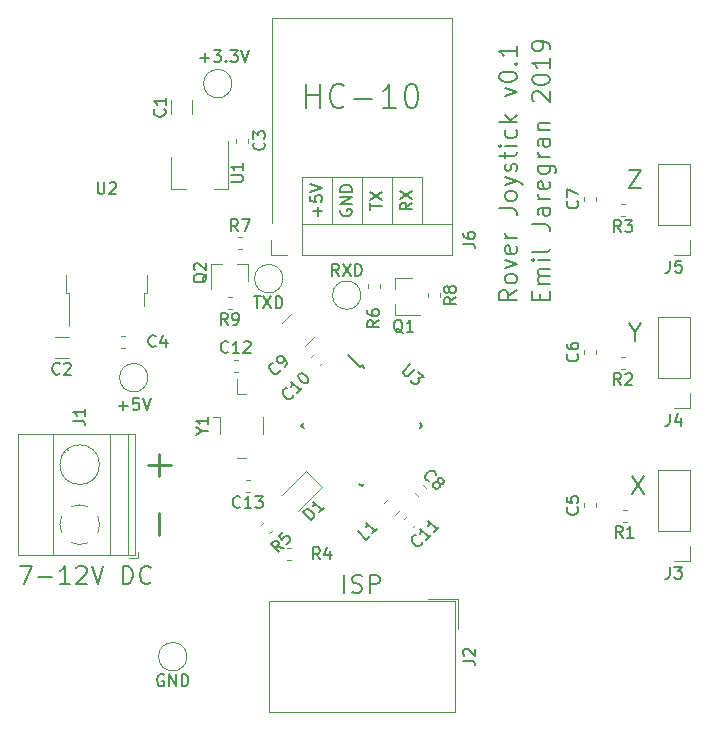
<source format=gbr>
G04 #@! TF.GenerationSoftware,KiCad,Pcbnew,5.1.4+dfsg1-1*
G04 #@! TF.CreationDate,2019-10-01T15:37:08+02:00*
G04 #@! TF.ProjectId,joystick-pcb,6a6f7973-7469-4636-9b2d-7063622e6b69,1*
G04 #@! TF.SameCoordinates,Original*
G04 #@! TF.FileFunction,Legend,Top*
G04 #@! TF.FilePolarity,Positive*
%FSLAX46Y46*%
G04 Gerber Fmt 4.6, Leading zero omitted, Abs format (unit mm)*
G04 Created by KiCad (PCBNEW 5.1.4+dfsg1-1) date 2019-10-01 15:37:08*
%MOMM*%
%LPD*%
G04 APERTURE LIST*
%ADD10C,0.200000*%
%ADD11C,0.120000*%
%ADD12C,0.150000*%
%ADD13C,0.250000*%
G04 APERTURE END LIST*
D10*
X173144571Y-73865142D02*
X172430285Y-74365142D01*
X173144571Y-74722285D02*
X171644571Y-74722285D01*
X171644571Y-74150857D01*
X171716000Y-74008000D01*
X171787428Y-73936571D01*
X171930285Y-73865142D01*
X172144571Y-73865142D01*
X172287428Y-73936571D01*
X172358857Y-74008000D01*
X172430285Y-74150857D01*
X172430285Y-74722285D01*
X173144571Y-73008000D02*
X173073142Y-73150857D01*
X173001714Y-73222285D01*
X172858857Y-73293714D01*
X172430285Y-73293714D01*
X172287428Y-73222285D01*
X172216000Y-73150857D01*
X172144571Y-73008000D01*
X172144571Y-72793714D01*
X172216000Y-72650857D01*
X172287428Y-72579428D01*
X172430285Y-72508000D01*
X172858857Y-72508000D01*
X173001714Y-72579428D01*
X173073142Y-72650857D01*
X173144571Y-72793714D01*
X173144571Y-73008000D01*
X172144571Y-72008000D02*
X173144571Y-71650857D01*
X172144571Y-71293714D01*
X173073142Y-70150857D02*
X173144571Y-70293714D01*
X173144571Y-70579428D01*
X173073142Y-70722285D01*
X172930285Y-70793714D01*
X172358857Y-70793714D01*
X172216000Y-70722285D01*
X172144571Y-70579428D01*
X172144571Y-70293714D01*
X172216000Y-70150857D01*
X172358857Y-70079428D01*
X172501714Y-70079428D01*
X172644571Y-70793714D01*
X173144571Y-69436571D02*
X172144571Y-69436571D01*
X172430285Y-69436571D02*
X172287428Y-69365142D01*
X172216000Y-69293714D01*
X172144571Y-69150857D01*
X172144571Y-69008000D01*
X171644571Y-66936571D02*
X172716000Y-66936571D01*
X172930285Y-67008000D01*
X173073142Y-67150857D01*
X173144571Y-67365142D01*
X173144571Y-67508000D01*
X173144571Y-66008000D02*
X173073142Y-66150857D01*
X173001714Y-66222285D01*
X172858857Y-66293714D01*
X172430285Y-66293714D01*
X172287428Y-66222285D01*
X172216000Y-66150857D01*
X172144571Y-66008000D01*
X172144571Y-65793714D01*
X172216000Y-65650857D01*
X172287428Y-65579428D01*
X172430285Y-65508000D01*
X172858857Y-65508000D01*
X173001714Y-65579428D01*
X173073142Y-65650857D01*
X173144571Y-65793714D01*
X173144571Y-66008000D01*
X172144571Y-65008000D02*
X173144571Y-64650857D01*
X172144571Y-64293714D02*
X173144571Y-64650857D01*
X173501714Y-64793714D01*
X173573142Y-64865142D01*
X173644571Y-65008000D01*
X173073142Y-63793714D02*
X173144571Y-63650857D01*
X173144571Y-63365142D01*
X173073142Y-63222285D01*
X172930285Y-63150857D01*
X172858857Y-63150857D01*
X172716000Y-63222285D01*
X172644571Y-63365142D01*
X172644571Y-63579428D01*
X172573142Y-63722285D01*
X172430285Y-63793714D01*
X172358857Y-63793714D01*
X172216000Y-63722285D01*
X172144571Y-63579428D01*
X172144571Y-63365142D01*
X172216000Y-63222285D01*
X172144571Y-62722285D02*
X172144571Y-62150857D01*
X171644571Y-62508000D02*
X172930285Y-62508000D01*
X173073142Y-62436571D01*
X173144571Y-62293714D01*
X173144571Y-62150857D01*
X173144571Y-61650857D02*
X172144571Y-61650857D01*
X171644571Y-61650857D02*
X171716000Y-61722285D01*
X171787428Y-61650857D01*
X171716000Y-61579428D01*
X171644571Y-61650857D01*
X171787428Y-61650857D01*
X173073142Y-60293714D02*
X173144571Y-60436571D01*
X173144571Y-60722285D01*
X173073142Y-60865142D01*
X173001714Y-60936571D01*
X172858857Y-61008000D01*
X172430285Y-61008000D01*
X172287428Y-60936571D01*
X172216000Y-60865142D01*
X172144571Y-60722285D01*
X172144571Y-60436571D01*
X172216000Y-60293714D01*
X173144571Y-59650857D02*
X171644571Y-59650857D01*
X172573142Y-59508000D02*
X173144571Y-59079428D01*
X172144571Y-59079428D02*
X172716000Y-59650857D01*
X172144571Y-57436571D02*
X173144571Y-57079428D01*
X172144571Y-56722285D01*
X171644571Y-55865142D02*
X171644571Y-55722285D01*
X171716000Y-55579428D01*
X171787428Y-55508000D01*
X171930285Y-55436571D01*
X172216000Y-55365142D01*
X172573142Y-55365142D01*
X172858857Y-55436571D01*
X173001714Y-55508000D01*
X173073142Y-55579428D01*
X173144571Y-55722285D01*
X173144571Y-55865142D01*
X173073142Y-56008000D01*
X173001714Y-56079428D01*
X172858857Y-56150857D01*
X172573142Y-56222285D01*
X172216000Y-56222285D01*
X171930285Y-56150857D01*
X171787428Y-56079428D01*
X171716000Y-56008000D01*
X171644571Y-55865142D01*
X173001714Y-54722285D02*
X173073142Y-54650857D01*
X173144571Y-54722285D01*
X173073142Y-54793714D01*
X173001714Y-54722285D01*
X173144571Y-54722285D01*
X173144571Y-53222285D02*
X173144571Y-54079428D01*
X173144571Y-53650857D02*
X171644571Y-53650857D01*
X171858857Y-53793714D01*
X172001714Y-53936571D01*
X172073142Y-54079428D01*
X175152857Y-74682571D02*
X175152857Y-74182571D01*
X175938571Y-73968285D02*
X175938571Y-74682571D01*
X174438571Y-74682571D01*
X174438571Y-73968285D01*
X175938571Y-73325428D02*
X174938571Y-73325428D01*
X175081428Y-73325428D02*
X175010000Y-73254000D01*
X174938571Y-73111142D01*
X174938571Y-72896857D01*
X175010000Y-72754000D01*
X175152857Y-72682571D01*
X175938571Y-72682571D01*
X175152857Y-72682571D02*
X175010000Y-72611142D01*
X174938571Y-72468285D01*
X174938571Y-72254000D01*
X175010000Y-72111142D01*
X175152857Y-72039714D01*
X175938571Y-72039714D01*
X175938571Y-71325428D02*
X174938571Y-71325428D01*
X174438571Y-71325428D02*
X174510000Y-71396857D01*
X174581428Y-71325428D01*
X174510000Y-71254000D01*
X174438571Y-71325428D01*
X174581428Y-71325428D01*
X175938571Y-70396857D02*
X175867142Y-70539714D01*
X175724285Y-70611142D01*
X174438571Y-70611142D01*
X174438571Y-68254000D02*
X175510000Y-68254000D01*
X175724285Y-68325428D01*
X175867142Y-68468285D01*
X175938571Y-68682571D01*
X175938571Y-68825428D01*
X175938571Y-66896857D02*
X175152857Y-66896857D01*
X175010000Y-66968285D01*
X174938571Y-67111142D01*
X174938571Y-67396857D01*
X175010000Y-67539714D01*
X175867142Y-66896857D02*
X175938571Y-67039714D01*
X175938571Y-67396857D01*
X175867142Y-67539714D01*
X175724285Y-67611142D01*
X175581428Y-67611142D01*
X175438571Y-67539714D01*
X175367142Y-67396857D01*
X175367142Y-67039714D01*
X175295714Y-66896857D01*
X175938571Y-66182571D02*
X174938571Y-66182571D01*
X175224285Y-66182571D02*
X175081428Y-66111142D01*
X175010000Y-66039714D01*
X174938571Y-65896857D01*
X174938571Y-65754000D01*
X175867142Y-64682571D02*
X175938571Y-64825428D01*
X175938571Y-65111142D01*
X175867142Y-65254000D01*
X175724285Y-65325428D01*
X175152857Y-65325428D01*
X175010000Y-65254000D01*
X174938571Y-65111142D01*
X174938571Y-64825428D01*
X175010000Y-64682571D01*
X175152857Y-64611142D01*
X175295714Y-64611142D01*
X175438571Y-65325428D01*
X174938571Y-63325428D02*
X176152857Y-63325428D01*
X176295714Y-63396857D01*
X176367142Y-63468285D01*
X176438571Y-63611142D01*
X176438571Y-63825428D01*
X176367142Y-63968285D01*
X175867142Y-63325428D02*
X175938571Y-63468285D01*
X175938571Y-63754000D01*
X175867142Y-63896857D01*
X175795714Y-63968285D01*
X175652857Y-64039714D01*
X175224285Y-64039714D01*
X175081428Y-63968285D01*
X175010000Y-63896857D01*
X174938571Y-63754000D01*
X174938571Y-63468285D01*
X175010000Y-63325428D01*
X175938571Y-62611142D02*
X174938571Y-62611142D01*
X175224285Y-62611142D02*
X175081428Y-62539714D01*
X175010000Y-62468285D01*
X174938571Y-62325428D01*
X174938571Y-62182571D01*
X175938571Y-61039714D02*
X175152857Y-61039714D01*
X175010000Y-61111142D01*
X174938571Y-61254000D01*
X174938571Y-61539714D01*
X175010000Y-61682571D01*
X175867142Y-61039714D02*
X175938571Y-61182571D01*
X175938571Y-61539714D01*
X175867142Y-61682571D01*
X175724285Y-61754000D01*
X175581428Y-61754000D01*
X175438571Y-61682571D01*
X175367142Y-61539714D01*
X175367142Y-61182571D01*
X175295714Y-61039714D01*
X174938571Y-60325428D02*
X175938571Y-60325428D01*
X175081428Y-60325428D02*
X175010000Y-60254000D01*
X174938571Y-60111142D01*
X174938571Y-59896857D01*
X175010000Y-59754000D01*
X175152857Y-59682571D01*
X175938571Y-59682571D01*
X174581428Y-57896857D02*
X174510000Y-57825428D01*
X174438571Y-57682571D01*
X174438571Y-57325428D01*
X174510000Y-57182571D01*
X174581428Y-57111142D01*
X174724285Y-57039714D01*
X174867142Y-57039714D01*
X175081428Y-57111142D01*
X175938571Y-57968285D01*
X175938571Y-57039714D01*
X174438571Y-56111142D02*
X174438571Y-55968285D01*
X174510000Y-55825428D01*
X174581428Y-55754000D01*
X174724285Y-55682571D01*
X175010000Y-55611142D01*
X175367142Y-55611142D01*
X175652857Y-55682571D01*
X175795714Y-55754000D01*
X175867142Y-55825428D01*
X175938571Y-55968285D01*
X175938571Y-56111142D01*
X175867142Y-56254000D01*
X175795714Y-56325428D01*
X175652857Y-56396857D01*
X175367142Y-56468285D01*
X175010000Y-56468285D01*
X174724285Y-56396857D01*
X174581428Y-56325428D01*
X174510000Y-56254000D01*
X174438571Y-56111142D01*
X175938571Y-54182571D02*
X175938571Y-55039714D01*
X175938571Y-54611142D02*
X174438571Y-54611142D01*
X174652857Y-54754000D01*
X174795714Y-54896857D01*
X174867142Y-55039714D01*
X175938571Y-53468285D02*
X175938571Y-53182571D01*
X175867142Y-53039714D01*
X175795714Y-52968285D01*
X175581428Y-52825428D01*
X175295714Y-52754000D01*
X174724285Y-52754000D01*
X174581428Y-52825428D01*
X174510000Y-52896857D01*
X174438571Y-53039714D01*
X174438571Y-53325428D01*
X174510000Y-53468285D01*
X174581428Y-53539714D01*
X174724285Y-53611142D01*
X175081428Y-53611142D01*
X175224285Y-53539714D01*
X175295714Y-53468285D01*
X175367142Y-53325428D01*
X175367142Y-53039714D01*
X175295714Y-52896857D01*
X175224285Y-52825428D01*
X175081428Y-52754000D01*
X155305714Y-58435761D02*
X155305714Y-56435761D01*
X155305714Y-57388142D02*
X156448571Y-57388142D01*
X156448571Y-58435761D02*
X156448571Y-56435761D01*
X158543809Y-58245285D02*
X158448571Y-58340523D01*
X158162857Y-58435761D01*
X157972380Y-58435761D01*
X157686666Y-58340523D01*
X157496190Y-58150047D01*
X157400952Y-57959571D01*
X157305714Y-57578619D01*
X157305714Y-57292904D01*
X157400952Y-56911952D01*
X157496190Y-56721476D01*
X157686666Y-56531000D01*
X157972380Y-56435761D01*
X158162857Y-56435761D01*
X158448571Y-56531000D01*
X158543809Y-56626238D01*
X159400952Y-57673857D02*
X160924761Y-57673857D01*
X162924761Y-58435761D02*
X161781904Y-58435761D01*
X162353333Y-58435761D02*
X162353333Y-56435761D01*
X162162857Y-56721476D01*
X161972380Y-56911952D01*
X161781904Y-57007190D01*
X164162857Y-56435761D02*
X164353333Y-56435761D01*
X164543809Y-56531000D01*
X164639047Y-56626238D01*
X164734285Y-56816714D01*
X164829523Y-57197666D01*
X164829523Y-57673857D01*
X164734285Y-58054809D01*
X164639047Y-58245285D01*
X164543809Y-58340523D01*
X164353333Y-58435761D01*
X164162857Y-58435761D01*
X163972380Y-58340523D01*
X163877142Y-58245285D01*
X163781904Y-58054809D01*
X163686666Y-57673857D01*
X163686666Y-57197666D01*
X163781904Y-56816714D01*
X163877142Y-56626238D01*
X163972380Y-56531000D01*
X164162857Y-56435761D01*
D11*
X167640000Y-50800000D02*
X152400000Y-50800000D01*
X167640000Y-68199000D02*
X167640000Y-50800000D01*
X152400000Y-68199000D02*
X152400000Y-50800000D01*
X162560000Y-64262000D02*
X162560000Y-68199000D01*
X160020000Y-64262000D02*
X160020000Y-68199000D01*
X157480000Y-64262000D02*
X157480000Y-68199000D01*
X165100000Y-64262000D02*
X154940000Y-64262000D01*
X165100000Y-68199000D02*
X165100000Y-64262000D01*
X154940000Y-68266000D02*
X154940000Y-64262000D01*
D12*
X164282380Y-66460666D02*
X163806190Y-66794000D01*
X164282380Y-67032095D02*
X163282380Y-67032095D01*
X163282380Y-66651142D01*
X163330000Y-66555904D01*
X163377619Y-66508285D01*
X163472857Y-66460666D01*
X163615714Y-66460666D01*
X163710952Y-66508285D01*
X163758571Y-66555904D01*
X163806190Y-66651142D01*
X163806190Y-67032095D01*
X163282380Y-66127333D02*
X164282380Y-65460666D01*
X163282380Y-65460666D02*
X164282380Y-66127333D01*
X160742380Y-67055904D02*
X160742380Y-66484476D01*
X161742380Y-66770190D02*
X160742380Y-66770190D01*
X160742380Y-66246380D02*
X161742380Y-65579714D01*
X160742380Y-65579714D02*
X161742380Y-66246380D01*
X158250000Y-67055904D02*
X158202380Y-67151142D01*
X158202380Y-67294000D01*
X158250000Y-67436857D01*
X158345238Y-67532095D01*
X158440476Y-67579714D01*
X158630952Y-67627333D01*
X158773809Y-67627333D01*
X158964285Y-67579714D01*
X159059523Y-67532095D01*
X159154761Y-67436857D01*
X159202380Y-67294000D01*
X159202380Y-67198761D01*
X159154761Y-67055904D01*
X159107142Y-67008285D01*
X158773809Y-67008285D01*
X158773809Y-67198761D01*
X159202380Y-66579714D02*
X158202380Y-66579714D01*
X159202380Y-66008285D01*
X158202380Y-66008285D01*
X159202380Y-65532095D02*
X158202380Y-65532095D01*
X158202380Y-65294000D01*
X158250000Y-65151142D01*
X158345238Y-65055904D01*
X158440476Y-65008285D01*
X158630952Y-64960666D01*
X158773809Y-64960666D01*
X158964285Y-65008285D01*
X159059523Y-65055904D01*
X159154761Y-65151142D01*
X159202380Y-65294000D01*
X159202380Y-65532095D01*
X156281428Y-67579714D02*
X156281428Y-66817809D01*
X156662380Y-67198761D02*
X155900476Y-67198761D01*
X155662380Y-65865428D02*
X155662380Y-66341619D01*
X156138571Y-66389238D01*
X156090952Y-66341619D01*
X156043333Y-66246380D01*
X156043333Y-66008285D01*
X156090952Y-65913047D01*
X156138571Y-65865428D01*
X156233809Y-65817809D01*
X156471904Y-65817809D01*
X156567142Y-65865428D01*
X156614761Y-65913047D01*
X156662380Y-66008285D01*
X156662380Y-66246380D01*
X156614761Y-66341619D01*
X156567142Y-66389238D01*
X155662380Y-65532095D02*
X156662380Y-65198761D01*
X155662380Y-64865428D01*
X182888000Y-89602571D02*
X183888000Y-91102571D01*
X183888000Y-89602571D02*
X182888000Y-91102571D01*
X183134000Y-77434285D02*
X183134000Y-78148571D01*
X182634000Y-76648571D02*
X183134000Y-77434285D01*
X183634000Y-76648571D01*
X182634000Y-63694571D02*
X183634000Y-63694571D01*
X182634000Y-65194571D01*
X183634000Y-65194571D01*
X158555714Y-99484571D02*
X158555714Y-97984571D01*
X159198571Y-99413142D02*
X159412857Y-99484571D01*
X159770000Y-99484571D01*
X159912857Y-99413142D01*
X159984285Y-99341714D01*
X160055714Y-99198857D01*
X160055714Y-99056000D01*
X159984285Y-98913142D01*
X159912857Y-98841714D01*
X159770000Y-98770285D01*
X159484285Y-98698857D01*
X159341428Y-98627428D01*
X159270000Y-98556000D01*
X159198571Y-98413142D01*
X159198571Y-98270285D01*
X159270000Y-98127428D01*
X159341428Y-98056000D01*
X159484285Y-97984571D01*
X159841428Y-97984571D01*
X160055714Y-98056000D01*
X160698571Y-99484571D02*
X160698571Y-97984571D01*
X161270000Y-97984571D01*
X161412857Y-98056000D01*
X161484285Y-98127428D01*
X161555714Y-98270285D01*
X161555714Y-98484571D01*
X161484285Y-98627428D01*
X161412857Y-98698857D01*
X161270000Y-98770285D01*
X160698571Y-98770285D01*
X131080571Y-97222571D02*
X132080571Y-97222571D01*
X131437714Y-98722571D01*
X132652000Y-98151142D02*
X133794857Y-98151142D01*
X135294857Y-98722571D02*
X134437714Y-98722571D01*
X134866285Y-98722571D02*
X134866285Y-97222571D01*
X134723428Y-97436857D01*
X134580571Y-97579714D01*
X134437714Y-97651142D01*
X135866285Y-97365428D02*
X135937714Y-97294000D01*
X136080571Y-97222571D01*
X136437714Y-97222571D01*
X136580571Y-97294000D01*
X136652000Y-97365428D01*
X136723428Y-97508285D01*
X136723428Y-97651142D01*
X136652000Y-97865428D01*
X135794857Y-98722571D01*
X136723428Y-98722571D01*
X137152000Y-97222571D02*
X137652000Y-98722571D01*
X138152000Y-97222571D01*
X139794857Y-98722571D02*
X139794857Y-97222571D01*
X140152000Y-97222571D01*
X140366285Y-97294000D01*
X140509142Y-97436857D01*
X140580571Y-97579714D01*
X140652000Y-97865428D01*
X140652000Y-98079714D01*
X140580571Y-98365428D01*
X140509142Y-98508285D01*
X140366285Y-98651142D01*
X140152000Y-98722571D01*
X139794857Y-98722571D01*
X142152000Y-98579714D02*
X142080571Y-98651142D01*
X141866285Y-98722571D01*
X141723428Y-98722571D01*
X141509142Y-98651142D01*
X141366285Y-98508285D01*
X141294857Y-98365428D01*
X141223428Y-98079714D01*
X141223428Y-97865428D01*
X141294857Y-97579714D01*
X141366285Y-97436857D01*
X141509142Y-97294000D01*
X141723428Y-97222571D01*
X141866285Y-97222571D01*
X142080571Y-97294000D01*
X142152000Y-97365428D01*
D13*
X142886928Y-87733619D02*
X142886928Y-89638380D01*
X141934547Y-88686000D02*
X143839309Y-88686000D01*
X142886928Y-92733619D02*
X142886928Y-94638380D01*
D11*
X141044000Y-96566000D02*
X141044000Y-96066000D01*
X140304000Y-96566000D02*
X141044000Y-96566000D01*
X137167000Y-89873000D02*
X137213000Y-89920000D01*
X134869000Y-87576000D02*
X134905000Y-87611000D01*
X137383000Y-89680000D02*
X137418000Y-89715000D01*
X135075000Y-87371000D02*
X135121000Y-87418000D01*
X130883000Y-86046000D02*
X140804000Y-86046000D01*
X130883000Y-96326000D02*
X140804000Y-96326000D01*
X140804000Y-96326000D02*
X140804000Y-86046000D01*
X130883000Y-96326000D02*
X130883000Y-86046000D01*
X133843000Y-96326000D02*
X133843000Y-86046000D01*
X138744000Y-96326000D02*
X138744000Y-86046000D01*
X140244000Y-96326000D02*
X140244000Y-86046000D01*
X137824000Y-88646000D02*
G75*
G03X137824000Y-88646000I-1680000J0D01*
G01*
X137824253Y-93697195D02*
G75*
G02X137679000Y-94410000I-1680253J-28805D01*
G01*
X136827042Y-95261426D02*
G75*
G02X135460000Y-95261000I-683042J1535426D01*
G01*
X134608574Y-94409042D02*
G75*
G02X134609000Y-93042000I1535426J683042D01*
G01*
X135460958Y-92190574D02*
G75*
G02X136828000Y-92191000I683042J-1535426D01*
G01*
X137678756Y-93042682D02*
G75*
G02X137824000Y-93726000I-1534756J-683318D01*
G01*
X148060000Y-84644000D02*
X147410000Y-84644000D01*
X148060000Y-86044000D02*
X148060000Y-84644000D01*
X151660000Y-84644000D02*
X151660000Y-86044000D01*
X150260000Y-88044000D02*
X149460000Y-88044000D01*
X149460000Y-82644000D02*
X150260000Y-82644000D01*
X149460000Y-81394000D02*
X149460000Y-82644000D01*
D12*
X159860901Y-80376575D02*
X158853274Y-79368948D01*
X165146524Y-85344000D02*
X164916714Y-85114190D01*
X160020000Y-90470524D02*
X159790190Y-90240714D01*
X154893476Y-85344000D02*
X155123286Y-85573810D01*
X160020000Y-80217476D02*
X160249810Y-80447286D01*
X154893476Y-85344000D02*
X155123286Y-85114190D01*
X160020000Y-90470524D02*
X160249810Y-90240714D01*
X165146524Y-85344000D02*
X164916714Y-85573810D01*
X160020000Y-80217476D02*
X159860901Y-80376575D01*
D11*
X141610000Y-74098000D02*
X141610000Y-75198000D01*
X141880000Y-74098000D02*
X141610000Y-74098000D01*
X141880000Y-72598000D02*
X141880000Y-74098000D01*
X135250000Y-74098000D02*
X135250000Y-76928000D01*
X134980000Y-74098000D02*
X135250000Y-74098000D01*
X134980000Y-72598000D02*
X134980000Y-74098000D01*
X148704000Y-65280000D02*
X147504000Y-65280000D01*
X148704000Y-61280000D02*
X148704000Y-65280000D01*
X143904000Y-65280000D02*
X143904000Y-62580000D01*
X145104000Y-65280000D02*
X143904000Y-65280000D01*
X145218000Y-104902000D02*
G75*
G03X145218000Y-104902000I-1200000J0D01*
G01*
X153346000Y-72898000D02*
G75*
G03X153346000Y-72898000I-1200000J0D01*
G01*
X159950000Y-74295000D02*
G75*
G03X159950000Y-74295000I-1200000J0D01*
G01*
X141916000Y-81280000D02*
G75*
G03X141916000Y-81280000I-1200000J0D01*
G01*
X149028000Y-56388000D02*
G75*
G03X149028000Y-56388000I-1200000J0D01*
G01*
X149015267Y-74420000D02*
X148672733Y-74420000D01*
X149015267Y-75440000D02*
X148672733Y-75440000D01*
X165606000Y-74137733D02*
X165606000Y-74480267D01*
X166626000Y-74137733D02*
X166626000Y-74480267D01*
X149547733Y-70360000D02*
X149890267Y-70360000D01*
X149547733Y-69340000D02*
X149890267Y-69340000D01*
X161546000Y-73690267D02*
X161546000Y-73347733D01*
X160526000Y-73690267D02*
X160526000Y-73347733D01*
X151715980Y-93498271D02*
X151473771Y-93740480D01*
X152437229Y-94219520D02*
X152195020Y-94461729D01*
X154017767Y-95692500D02*
X153675233Y-95692500D01*
X154017767Y-96712500D02*
X153675233Y-96712500D01*
X182305267Y-66546000D02*
X181962733Y-66546000D01*
X182305267Y-67566000D02*
X181962733Y-67566000D01*
X182305267Y-79500000D02*
X181962733Y-79500000D01*
X182305267Y-80520000D02*
X181962733Y-80520000D01*
X182446267Y-92454000D02*
X182103733Y-92454000D01*
X182446267Y-93474000D02*
X182103733Y-93474000D01*
X150424000Y-71630000D02*
X150424000Y-73090000D01*
X147264000Y-71630000D02*
X147264000Y-73790000D01*
X147264000Y-71630000D02*
X148194000Y-71630000D01*
X150424000Y-71630000D02*
X149494000Y-71630000D01*
X162816000Y-72842000D02*
X164276000Y-72842000D01*
X162816000Y-76002000D02*
X164976000Y-76002000D01*
X162816000Y-76002000D02*
X162816000Y-75072000D01*
X162816000Y-72842000D02*
X162816000Y-73772000D01*
X162877313Y-92888779D02*
X163246779Y-92519313D01*
X161873221Y-91884687D02*
X162242687Y-91515221D01*
X152340000Y-70926000D02*
X152340000Y-69596000D01*
X153670000Y-70926000D02*
X152340000Y-70926000D01*
X154940000Y-70926000D02*
X154940000Y-68266000D01*
X154940000Y-68266000D02*
X167700000Y-68266000D01*
X154940000Y-70926000D02*
X167700000Y-70926000D01*
X167700000Y-70926000D02*
X167700000Y-68266000D01*
X187782000Y-70926000D02*
X186452000Y-70926000D01*
X187782000Y-69596000D02*
X187782000Y-70926000D01*
X187782000Y-68326000D02*
X185122000Y-68326000D01*
X185122000Y-68326000D02*
X185122000Y-63186000D01*
X187782000Y-68326000D02*
X187782000Y-63186000D01*
X187782000Y-63186000D02*
X185122000Y-63186000D01*
X187782000Y-83880000D02*
X186452000Y-83880000D01*
X187782000Y-82550000D02*
X187782000Y-83880000D01*
X187782000Y-81280000D02*
X185122000Y-81280000D01*
X185122000Y-81280000D02*
X185122000Y-76140000D01*
X187782000Y-81280000D02*
X187782000Y-76140000D01*
X187782000Y-76140000D02*
X185122000Y-76140000D01*
X187782000Y-96834000D02*
X186452000Y-96834000D01*
X187782000Y-95504000D02*
X187782000Y-96834000D01*
X187782000Y-94234000D02*
X185122000Y-94234000D01*
X185122000Y-94234000D02*
X185122000Y-89094000D01*
X187782000Y-94234000D02*
X187782000Y-89094000D01*
X187782000Y-89094000D02*
X185122000Y-89094000D01*
X168160000Y-99977000D02*
X168160000Y-102517000D01*
X168160000Y-99977000D02*
X165620000Y-99977000D01*
X167910000Y-100227000D02*
X167910000Y-109577000D01*
X152130000Y-100227000D02*
X167910000Y-100227000D01*
X152130000Y-109577000D02*
X152130000Y-100227000D01*
X167910000Y-109577000D02*
X152130000Y-109577000D01*
X155296112Y-89218243D02*
X153273787Y-91240568D01*
X156653757Y-90575888D02*
X155296112Y-89218243D01*
X154631432Y-92598213D02*
X156653757Y-90575888D01*
X150539267Y-89914000D02*
X150196733Y-89914000D01*
X150539267Y-90934000D02*
X150196733Y-90934000D01*
X149180733Y-80774000D02*
X149523267Y-80774000D01*
X149180733Y-79754000D02*
X149523267Y-79754000D01*
X164323520Y-93953729D02*
X164565729Y-93711520D01*
X163602271Y-93232480D02*
X163844480Y-92990271D01*
X156449520Y-80237729D02*
X156691729Y-79995520D01*
X155728271Y-79516480D02*
X155970480Y-79274271D01*
X155221942Y-78603389D02*
X156073389Y-77751942D01*
X153298611Y-76680058D02*
X154150058Y-75828611D01*
X164507553Y-91060802D02*
X164749762Y-91303011D01*
X165228802Y-90339553D02*
X165471011Y-90581762D01*
X179850000Y-66324267D02*
X179850000Y-65981733D01*
X178830000Y-66324267D02*
X178830000Y-65981733D01*
X179850000Y-79278267D02*
X179850000Y-78935733D01*
X178830000Y-79278267D02*
X178830000Y-78935733D01*
X179850000Y-92260267D02*
X179850000Y-91917733D01*
X178830000Y-92260267D02*
X178830000Y-91917733D01*
X139984267Y-77722000D02*
X139641733Y-77722000D01*
X139984267Y-78742000D02*
X139641733Y-78742000D01*
X150370000Y-61385267D02*
X150370000Y-61042733D01*
X149350000Y-61385267D02*
X149350000Y-61042733D01*
X135222064Y-77830000D02*
X134017936Y-77830000D01*
X135222064Y-79650000D02*
X134017936Y-79650000D01*
X145690000Y-58985564D02*
X145690000Y-57781436D01*
X143870000Y-58985564D02*
X143870000Y-57781436D01*
D12*
X135596380Y-84915333D02*
X136310666Y-84915333D01*
X136453523Y-84962952D01*
X136548761Y-85058190D01*
X136596380Y-85201047D01*
X136596380Y-85296285D01*
X136596380Y-83915333D02*
X136596380Y-84486761D01*
X136596380Y-84201047D02*
X135596380Y-84201047D01*
X135739238Y-84296285D01*
X135834476Y-84391523D01*
X135882095Y-84486761D01*
X146534190Y-85820190D02*
X147010380Y-85820190D01*
X146010380Y-86153523D02*
X146534190Y-85820190D01*
X146010380Y-85486857D01*
X147010380Y-84629714D02*
X147010380Y-85201142D01*
X147010380Y-84915428D02*
X146010380Y-84915428D01*
X146153238Y-85010666D01*
X146248476Y-85105904D01*
X146296095Y-85201142D01*
X164146473Y-80140030D02*
X163574053Y-80712450D01*
X163540381Y-80813465D01*
X163540381Y-80880809D01*
X163574053Y-80981824D01*
X163708740Y-81116511D01*
X163809755Y-81150183D01*
X163877099Y-81150183D01*
X163978114Y-81116511D01*
X164550534Y-80544091D01*
X164819908Y-80813465D02*
X165257640Y-81251198D01*
X164752564Y-81284870D01*
X164853579Y-81385885D01*
X164887251Y-81486900D01*
X164887251Y-81554244D01*
X164853579Y-81655259D01*
X164685221Y-81823618D01*
X164584205Y-81857290D01*
X164516862Y-81857290D01*
X164415847Y-81823618D01*
X164213816Y-81621587D01*
X164180144Y-81520572D01*
X164180144Y-81453229D01*
X137668095Y-64730380D02*
X137668095Y-65539904D01*
X137715714Y-65635142D01*
X137763333Y-65682761D01*
X137858571Y-65730380D01*
X138049047Y-65730380D01*
X138144285Y-65682761D01*
X138191904Y-65635142D01*
X138239523Y-65539904D01*
X138239523Y-64730380D01*
X138668095Y-64825619D02*
X138715714Y-64778000D01*
X138810952Y-64730380D01*
X139049047Y-64730380D01*
X139144285Y-64778000D01*
X139191904Y-64825619D01*
X139239523Y-64920857D01*
X139239523Y-65016095D01*
X139191904Y-65158952D01*
X138620476Y-65730380D01*
X139239523Y-65730380D01*
X148956380Y-64711904D02*
X149765904Y-64711904D01*
X149861142Y-64664285D01*
X149908761Y-64616666D01*
X149956380Y-64521428D01*
X149956380Y-64330952D01*
X149908761Y-64235714D01*
X149861142Y-64188095D01*
X149765904Y-64140476D01*
X148956380Y-64140476D01*
X149956380Y-63140476D02*
X149956380Y-63711904D01*
X149956380Y-63426190D02*
X148956380Y-63426190D01*
X149099238Y-63521428D01*
X149194476Y-63616666D01*
X149242095Y-63711904D01*
X143256095Y-106452000D02*
X143160857Y-106404380D01*
X143018000Y-106404380D01*
X142875142Y-106452000D01*
X142779904Y-106547238D01*
X142732285Y-106642476D01*
X142684666Y-106832952D01*
X142684666Y-106975809D01*
X142732285Y-107166285D01*
X142779904Y-107261523D01*
X142875142Y-107356761D01*
X143018000Y-107404380D01*
X143113238Y-107404380D01*
X143256095Y-107356761D01*
X143303714Y-107309142D01*
X143303714Y-106975809D01*
X143113238Y-106975809D01*
X143732285Y-107404380D02*
X143732285Y-106404380D01*
X144303714Y-107404380D01*
X144303714Y-106404380D01*
X144779904Y-107404380D02*
X144779904Y-106404380D01*
X145018000Y-106404380D01*
X145160857Y-106452000D01*
X145256095Y-106547238D01*
X145303714Y-106642476D01*
X145351333Y-106832952D01*
X145351333Y-106975809D01*
X145303714Y-107166285D01*
X145256095Y-107261523D01*
X145160857Y-107356761D01*
X145018000Y-107404380D01*
X144779904Y-107404380D01*
X150884095Y-74400380D02*
X151455523Y-74400380D01*
X151169809Y-75400380D02*
X151169809Y-74400380D01*
X151693619Y-74400380D02*
X152360285Y-75400380D01*
X152360285Y-74400380D02*
X151693619Y-75400380D01*
X152741238Y-75400380D02*
X152741238Y-74400380D01*
X152979333Y-74400380D01*
X153122190Y-74448000D01*
X153217428Y-74543238D01*
X153265047Y-74638476D01*
X153312666Y-74828952D01*
X153312666Y-74971809D01*
X153265047Y-75162285D01*
X153217428Y-75257523D01*
X153122190Y-75352761D01*
X152979333Y-75400380D01*
X152741238Y-75400380D01*
X158083333Y-72651880D02*
X157750000Y-72175690D01*
X157511904Y-72651880D02*
X157511904Y-71651880D01*
X157892857Y-71651880D01*
X157988095Y-71699500D01*
X158035714Y-71747119D01*
X158083333Y-71842357D01*
X158083333Y-71985214D01*
X158035714Y-72080452D01*
X157988095Y-72128071D01*
X157892857Y-72175690D01*
X157511904Y-72175690D01*
X158416666Y-71651880D02*
X159083333Y-72651880D01*
X159083333Y-71651880D02*
X158416666Y-72651880D01*
X159464285Y-72651880D02*
X159464285Y-71651880D01*
X159702380Y-71651880D01*
X159845238Y-71699500D01*
X159940476Y-71794738D01*
X159988095Y-71889976D01*
X160035714Y-72080452D01*
X160035714Y-72223309D01*
X159988095Y-72413785D01*
X159940476Y-72509023D01*
X159845238Y-72604261D01*
X159702380Y-72651880D01*
X159464285Y-72651880D01*
X139430285Y-83637428D02*
X140192190Y-83637428D01*
X139811238Y-84018380D02*
X139811238Y-83256476D01*
X141144571Y-83018380D02*
X140668380Y-83018380D01*
X140620761Y-83494571D01*
X140668380Y-83446952D01*
X140763619Y-83399333D01*
X141001714Y-83399333D01*
X141096952Y-83446952D01*
X141144571Y-83494571D01*
X141192190Y-83589809D01*
X141192190Y-83827904D01*
X141144571Y-83923142D01*
X141096952Y-83970761D01*
X141001714Y-84018380D01*
X140763619Y-84018380D01*
X140668380Y-83970761D01*
X140620761Y-83923142D01*
X141477904Y-83018380D02*
X141811238Y-84018380D01*
X142144571Y-83018380D01*
X146336000Y-54173428D02*
X147097904Y-54173428D01*
X146716952Y-54554380D02*
X146716952Y-53792476D01*
X147478857Y-53554380D02*
X148097904Y-53554380D01*
X147764571Y-53935333D01*
X147907428Y-53935333D01*
X148002666Y-53982952D01*
X148050285Y-54030571D01*
X148097904Y-54125809D01*
X148097904Y-54363904D01*
X148050285Y-54459142D01*
X148002666Y-54506761D01*
X147907428Y-54554380D01*
X147621714Y-54554380D01*
X147526476Y-54506761D01*
X147478857Y-54459142D01*
X148526476Y-54459142D02*
X148574095Y-54506761D01*
X148526476Y-54554380D01*
X148478857Y-54506761D01*
X148526476Y-54459142D01*
X148526476Y-54554380D01*
X148907428Y-53554380D02*
X149526476Y-53554380D01*
X149193142Y-53935333D01*
X149336000Y-53935333D01*
X149431238Y-53982952D01*
X149478857Y-54030571D01*
X149526476Y-54125809D01*
X149526476Y-54363904D01*
X149478857Y-54459142D01*
X149431238Y-54506761D01*
X149336000Y-54554380D01*
X149050285Y-54554380D01*
X148955047Y-54506761D01*
X148907428Y-54459142D01*
X149812190Y-53554380D02*
X150145523Y-54554380D01*
X150478857Y-53554380D01*
X148677333Y-76812380D02*
X148344000Y-76336190D01*
X148105904Y-76812380D02*
X148105904Y-75812380D01*
X148486857Y-75812380D01*
X148582095Y-75860000D01*
X148629714Y-75907619D01*
X148677333Y-76002857D01*
X148677333Y-76145714D01*
X148629714Y-76240952D01*
X148582095Y-76288571D01*
X148486857Y-76336190D01*
X148105904Y-76336190D01*
X149153523Y-76812380D02*
X149344000Y-76812380D01*
X149439238Y-76764761D01*
X149486857Y-76717142D01*
X149582095Y-76574285D01*
X149629714Y-76383809D01*
X149629714Y-76002857D01*
X149582095Y-75907619D01*
X149534476Y-75860000D01*
X149439238Y-75812380D01*
X149248761Y-75812380D01*
X149153523Y-75860000D01*
X149105904Y-75907619D01*
X149058285Y-76002857D01*
X149058285Y-76240952D01*
X149105904Y-76336190D01*
X149153523Y-76383809D01*
X149248761Y-76431428D01*
X149439238Y-76431428D01*
X149534476Y-76383809D01*
X149582095Y-76336190D01*
X149629714Y-76240952D01*
X167998380Y-74475666D02*
X167522190Y-74809000D01*
X167998380Y-75047095D02*
X166998380Y-75047095D01*
X166998380Y-74666142D01*
X167046000Y-74570904D01*
X167093619Y-74523285D01*
X167188857Y-74475666D01*
X167331714Y-74475666D01*
X167426952Y-74523285D01*
X167474571Y-74570904D01*
X167522190Y-74666142D01*
X167522190Y-75047095D01*
X167426952Y-73904238D02*
X167379333Y-73999476D01*
X167331714Y-74047095D01*
X167236476Y-74094714D01*
X167188857Y-74094714D01*
X167093619Y-74047095D01*
X167046000Y-73999476D01*
X166998380Y-73904238D01*
X166998380Y-73713761D01*
X167046000Y-73618523D01*
X167093619Y-73570904D01*
X167188857Y-73523285D01*
X167236476Y-73523285D01*
X167331714Y-73570904D01*
X167379333Y-73618523D01*
X167426952Y-73713761D01*
X167426952Y-73904238D01*
X167474571Y-73999476D01*
X167522190Y-74047095D01*
X167617428Y-74094714D01*
X167807904Y-74094714D01*
X167903142Y-74047095D01*
X167950761Y-73999476D01*
X167998380Y-73904238D01*
X167998380Y-73713761D01*
X167950761Y-73618523D01*
X167903142Y-73570904D01*
X167807904Y-73523285D01*
X167617428Y-73523285D01*
X167522190Y-73570904D01*
X167474571Y-73618523D01*
X167426952Y-73713761D01*
X149552333Y-68872380D02*
X149219000Y-68396190D01*
X148980904Y-68872380D02*
X148980904Y-67872380D01*
X149361857Y-67872380D01*
X149457095Y-67920000D01*
X149504714Y-67967619D01*
X149552333Y-68062857D01*
X149552333Y-68205714D01*
X149504714Y-68300952D01*
X149457095Y-68348571D01*
X149361857Y-68396190D01*
X148980904Y-68396190D01*
X149885666Y-67872380D02*
X150552333Y-67872380D01*
X150123761Y-68872380D01*
X161488380Y-76430166D02*
X161012190Y-76763500D01*
X161488380Y-77001595D02*
X160488380Y-77001595D01*
X160488380Y-76620642D01*
X160536000Y-76525404D01*
X160583619Y-76477785D01*
X160678857Y-76430166D01*
X160821714Y-76430166D01*
X160916952Y-76477785D01*
X160964571Y-76525404D01*
X161012190Y-76620642D01*
X161012190Y-77001595D01*
X160488380Y-75573023D02*
X160488380Y-75763500D01*
X160536000Y-75858738D01*
X160583619Y-75906357D01*
X160726476Y-76001595D01*
X160916952Y-76049214D01*
X161297904Y-76049214D01*
X161393142Y-76001595D01*
X161440761Y-75953976D01*
X161488380Y-75858738D01*
X161488380Y-75668261D01*
X161440761Y-75573023D01*
X161393142Y-75525404D01*
X161297904Y-75477785D01*
X161059809Y-75477785D01*
X160964571Y-75525404D01*
X160916952Y-75573023D01*
X160869333Y-75668261D01*
X160869333Y-75858738D01*
X160916952Y-75953976D01*
X160964571Y-76001595D01*
X161059809Y-76049214D01*
X153414766Y-95674968D02*
X152842346Y-95573953D01*
X153010705Y-96079029D02*
X152303598Y-95371923D01*
X152572972Y-95102548D01*
X152673987Y-95068877D01*
X152741331Y-95068877D01*
X152842346Y-95102548D01*
X152943361Y-95203564D01*
X152977033Y-95304579D01*
X152977033Y-95371923D01*
X152943361Y-95472938D01*
X152673987Y-95742312D01*
X153347423Y-94328098D02*
X153010705Y-94664816D01*
X153313751Y-95035205D01*
X153313751Y-94967861D01*
X153347423Y-94866846D01*
X153515781Y-94698487D01*
X153616797Y-94664816D01*
X153684140Y-94664816D01*
X153785155Y-94698487D01*
X153953514Y-94866846D01*
X153987186Y-94967861D01*
X153987186Y-95035205D01*
X153953514Y-95136220D01*
X153785155Y-95304579D01*
X153684140Y-95338251D01*
X153616797Y-95338251D01*
X156473833Y-96654880D02*
X156140500Y-96178690D01*
X155902404Y-96654880D02*
X155902404Y-95654880D01*
X156283357Y-95654880D01*
X156378595Y-95702500D01*
X156426214Y-95750119D01*
X156473833Y-95845357D01*
X156473833Y-95988214D01*
X156426214Y-96083452D01*
X156378595Y-96131071D01*
X156283357Y-96178690D01*
X155902404Y-96178690D01*
X157330976Y-95988214D02*
X157330976Y-96654880D01*
X157092880Y-95607261D02*
X156854785Y-96321547D01*
X157473833Y-96321547D01*
X181967333Y-68938380D02*
X181634000Y-68462190D01*
X181395904Y-68938380D02*
X181395904Y-67938380D01*
X181776857Y-67938380D01*
X181872095Y-67986000D01*
X181919714Y-68033619D01*
X181967333Y-68128857D01*
X181967333Y-68271714D01*
X181919714Y-68366952D01*
X181872095Y-68414571D01*
X181776857Y-68462190D01*
X181395904Y-68462190D01*
X182300666Y-67938380D02*
X182919714Y-67938380D01*
X182586380Y-68319333D01*
X182729238Y-68319333D01*
X182824476Y-68366952D01*
X182872095Y-68414571D01*
X182919714Y-68509809D01*
X182919714Y-68747904D01*
X182872095Y-68843142D01*
X182824476Y-68890761D01*
X182729238Y-68938380D01*
X182443523Y-68938380D01*
X182348285Y-68890761D01*
X182300666Y-68843142D01*
X181967333Y-81892380D02*
X181634000Y-81416190D01*
X181395904Y-81892380D02*
X181395904Y-80892380D01*
X181776857Y-80892380D01*
X181872095Y-80940000D01*
X181919714Y-80987619D01*
X181967333Y-81082857D01*
X181967333Y-81225714D01*
X181919714Y-81320952D01*
X181872095Y-81368571D01*
X181776857Y-81416190D01*
X181395904Y-81416190D01*
X182348285Y-80987619D02*
X182395904Y-80940000D01*
X182491142Y-80892380D01*
X182729238Y-80892380D01*
X182824476Y-80940000D01*
X182872095Y-80987619D01*
X182919714Y-81082857D01*
X182919714Y-81178095D01*
X182872095Y-81320952D01*
X182300666Y-81892380D01*
X182919714Y-81892380D01*
X182108333Y-94846380D02*
X181775000Y-94370190D01*
X181536904Y-94846380D02*
X181536904Y-93846380D01*
X181917857Y-93846380D01*
X182013095Y-93894000D01*
X182060714Y-93941619D01*
X182108333Y-94036857D01*
X182108333Y-94179714D01*
X182060714Y-94274952D01*
X182013095Y-94322571D01*
X181917857Y-94370190D01*
X181536904Y-94370190D01*
X183060714Y-94846380D02*
X182489285Y-94846380D01*
X182775000Y-94846380D02*
X182775000Y-93846380D01*
X182679761Y-93989238D01*
X182584523Y-94084476D01*
X182489285Y-94132095D01*
X146891619Y-72485238D02*
X146844000Y-72580476D01*
X146748761Y-72675714D01*
X146605904Y-72818571D01*
X146558285Y-72913809D01*
X146558285Y-73009047D01*
X146796380Y-72961428D02*
X146748761Y-73056666D01*
X146653523Y-73151904D01*
X146463047Y-73199523D01*
X146129714Y-73199523D01*
X145939238Y-73151904D01*
X145844000Y-73056666D01*
X145796380Y-72961428D01*
X145796380Y-72770952D01*
X145844000Y-72675714D01*
X145939238Y-72580476D01*
X146129714Y-72532857D01*
X146463047Y-72532857D01*
X146653523Y-72580476D01*
X146748761Y-72675714D01*
X146796380Y-72770952D01*
X146796380Y-72961428D01*
X145891619Y-72151904D02*
X145844000Y-72104285D01*
X145796380Y-72009047D01*
X145796380Y-71770952D01*
X145844000Y-71675714D01*
X145891619Y-71628095D01*
X145986857Y-71580476D01*
X146082095Y-71580476D01*
X146224952Y-71628095D01*
X146796380Y-72199523D01*
X146796380Y-71580476D01*
X163480761Y-77469619D02*
X163385523Y-77422000D01*
X163290285Y-77326761D01*
X163147428Y-77183904D01*
X163052190Y-77136285D01*
X162956952Y-77136285D01*
X163004571Y-77374380D02*
X162909333Y-77326761D01*
X162814095Y-77231523D01*
X162766476Y-77041047D01*
X162766476Y-76707714D01*
X162814095Y-76517238D01*
X162909333Y-76422000D01*
X163004571Y-76374380D01*
X163195047Y-76374380D01*
X163290285Y-76422000D01*
X163385523Y-76517238D01*
X163433142Y-76707714D01*
X163433142Y-77041047D01*
X163385523Y-77231523D01*
X163290285Y-77326761D01*
X163195047Y-77374380D01*
X163004571Y-77374380D01*
X164385523Y-77374380D02*
X163814095Y-77374380D01*
X164099809Y-77374380D02*
X164099809Y-76374380D01*
X164004571Y-76517238D01*
X163909333Y-76612476D01*
X163814095Y-76660095D01*
X160730030Y-94671732D02*
X160393312Y-95008450D01*
X159686206Y-94301343D01*
X161336122Y-94065641D02*
X160932061Y-94469702D01*
X161134091Y-94267671D02*
X160426984Y-93560564D01*
X160460656Y-93728923D01*
X160460656Y-93863610D01*
X160426984Y-93964625D01*
X168616380Y-69929333D02*
X169330666Y-69929333D01*
X169473523Y-69976952D01*
X169568761Y-70072190D01*
X169616380Y-70215047D01*
X169616380Y-70310285D01*
X168616380Y-69024571D02*
X168616380Y-69215047D01*
X168664000Y-69310285D01*
X168711619Y-69357904D01*
X168854476Y-69453142D01*
X169044952Y-69500761D01*
X169425904Y-69500761D01*
X169521142Y-69453142D01*
X169568761Y-69405523D01*
X169616380Y-69310285D01*
X169616380Y-69119809D01*
X169568761Y-69024571D01*
X169521142Y-68976952D01*
X169425904Y-68929333D01*
X169187809Y-68929333D01*
X169092571Y-68976952D01*
X169044952Y-69024571D01*
X168997333Y-69119809D01*
X168997333Y-69310285D01*
X169044952Y-69405523D01*
X169092571Y-69453142D01*
X169187809Y-69500761D01*
X186118666Y-71378380D02*
X186118666Y-72092666D01*
X186071047Y-72235523D01*
X185975809Y-72330761D01*
X185832952Y-72378380D01*
X185737714Y-72378380D01*
X187071047Y-71378380D02*
X186594857Y-71378380D01*
X186547238Y-71854571D01*
X186594857Y-71806952D01*
X186690095Y-71759333D01*
X186928190Y-71759333D01*
X187023428Y-71806952D01*
X187071047Y-71854571D01*
X187118666Y-71949809D01*
X187118666Y-72187904D01*
X187071047Y-72283142D01*
X187023428Y-72330761D01*
X186928190Y-72378380D01*
X186690095Y-72378380D01*
X186594857Y-72330761D01*
X186547238Y-72283142D01*
X186118666Y-84332380D02*
X186118666Y-85046666D01*
X186071047Y-85189523D01*
X185975809Y-85284761D01*
X185832952Y-85332380D01*
X185737714Y-85332380D01*
X187023428Y-84665714D02*
X187023428Y-85332380D01*
X186785333Y-84284761D02*
X186547238Y-84999047D01*
X187166285Y-84999047D01*
X186118666Y-97286380D02*
X186118666Y-98000666D01*
X186071047Y-98143523D01*
X185975809Y-98238761D01*
X185832952Y-98286380D01*
X185737714Y-98286380D01*
X186499619Y-97286380D02*
X187118666Y-97286380D01*
X186785333Y-97667333D01*
X186928190Y-97667333D01*
X187023428Y-97714952D01*
X187071047Y-97762571D01*
X187118666Y-97857809D01*
X187118666Y-98095904D01*
X187071047Y-98191142D01*
X187023428Y-98238761D01*
X186928190Y-98286380D01*
X186642476Y-98286380D01*
X186547238Y-98238761D01*
X186499619Y-98191142D01*
X168616380Y-105235333D02*
X169330666Y-105235333D01*
X169473523Y-105282952D01*
X169568761Y-105378190D01*
X169616380Y-105521047D01*
X169616380Y-105616285D01*
X168711619Y-104806761D02*
X168664000Y-104759142D01*
X168616380Y-104663904D01*
X168616380Y-104425809D01*
X168664000Y-104330571D01*
X168711619Y-104282952D01*
X168806857Y-104235333D01*
X168902095Y-104235333D01*
X169044952Y-104282952D01*
X169616380Y-104854380D01*
X169616380Y-104235333D01*
X155753969Y-93361293D02*
X155046862Y-92654187D01*
X155215221Y-92485828D01*
X155349908Y-92418484D01*
X155484595Y-92418484D01*
X155585610Y-92452156D01*
X155753969Y-92553171D01*
X155854984Y-92654187D01*
X155956000Y-92822545D01*
X155989671Y-92923561D01*
X155989671Y-93058248D01*
X155922328Y-93192935D01*
X155753969Y-93361293D01*
X156831465Y-92283797D02*
X156427404Y-92687858D01*
X156629435Y-92485828D02*
X155922328Y-91778721D01*
X155956000Y-91947080D01*
X155956000Y-92081767D01*
X155922328Y-92182782D01*
X149725142Y-92211142D02*
X149677523Y-92258761D01*
X149534666Y-92306380D01*
X149439428Y-92306380D01*
X149296571Y-92258761D01*
X149201333Y-92163523D01*
X149153714Y-92068285D01*
X149106095Y-91877809D01*
X149106095Y-91734952D01*
X149153714Y-91544476D01*
X149201333Y-91449238D01*
X149296571Y-91354000D01*
X149439428Y-91306380D01*
X149534666Y-91306380D01*
X149677523Y-91354000D01*
X149725142Y-91401619D01*
X150677523Y-92306380D02*
X150106095Y-92306380D01*
X150391809Y-92306380D02*
X150391809Y-91306380D01*
X150296571Y-91449238D01*
X150201333Y-91544476D01*
X150106095Y-91592095D01*
X151010857Y-91306380D02*
X151629904Y-91306380D01*
X151296571Y-91687333D01*
X151439428Y-91687333D01*
X151534666Y-91734952D01*
X151582285Y-91782571D01*
X151629904Y-91877809D01*
X151629904Y-92115904D01*
X151582285Y-92211142D01*
X151534666Y-92258761D01*
X151439428Y-92306380D01*
X151153714Y-92306380D01*
X151058476Y-92258761D01*
X151010857Y-92211142D01*
X148709142Y-79097142D02*
X148661523Y-79144761D01*
X148518666Y-79192380D01*
X148423428Y-79192380D01*
X148280571Y-79144761D01*
X148185333Y-79049523D01*
X148137714Y-78954285D01*
X148090095Y-78763809D01*
X148090095Y-78620952D01*
X148137714Y-78430476D01*
X148185333Y-78335238D01*
X148280571Y-78240000D01*
X148423428Y-78192380D01*
X148518666Y-78192380D01*
X148661523Y-78240000D01*
X148709142Y-78287619D01*
X149661523Y-79192380D02*
X149090095Y-79192380D01*
X149375809Y-79192380D02*
X149375809Y-78192380D01*
X149280571Y-78335238D01*
X149185333Y-78430476D01*
X149090095Y-78478095D01*
X150042476Y-78287619D02*
X150090095Y-78240000D01*
X150185333Y-78192380D01*
X150423428Y-78192380D01*
X150518666Y-78240000D01*
X150566285Y-78287619D01*
X150613904Y-78382857D01*
X150613904Y-78478095D01*
X150566285Y-78620952D01*
X149994857Y-79192380D01*
X150613904Y-79192380D01*
X165151969Y-95195106D02*
X165151969Y-95262450D01*
X165084625Y-95397137D01*
X165017282Y-95464480D01*
X164882595Y-95531824D01*
X164747908Y-95531824D01*
X164646893Y-95498152D01*
X164478534Y-95397137D01*
X164377519Y-95296122D01*
X164276503Y-95127763D01*
X164242832Y-95026748D01*
X164242832Y-94892061D01*
X164310175Y-94757374D01*
X164377519Y-94690030D01*
X164512206Y-94622687D01*
X164579549Y-94622687D01*
X165892748Y-94589015D02*
X165488687Y-94993076D01*
X165690717Y-94791045D02*
X164983610Y-94083938D01*
X165017282Y-94252297D01*
X165017282Y-94386984D01*
X164983610Y-94488000D01*
X166566183Y-93915580D02*
X166162122Y-94319641D01*
X166364152Y-94117610D02*
X165657045Y-93410503D01*
X165690717Y-93578862D01*
X165690717Y-93713549D01*
X165657045Y-93814564D01*
X154229969Y-82749106D02*
X154229969Y-82816450D01*
X154162625Y-82951137D01*
X154095282Y-83018480D01*
X153960595Y-83085824D01*
X153825908Y-83085824D01*
X153724893Y-83052152D01*
X153556534Y-82951137D01*
X153455519Y-82850122D01*
X153354503Y-82681763D01*
X153320832Y-82580748D01*
X153320832Y-82446061D01*
X153388175Y-82311374D01*
X153455519Y-82244030D01*
X153590206Y-82176687D01*
X153657549Y-82176687D01*
X154970748Y-82143015D02*
X154566687Y-82547076D01*
X154768717Y-82345045D02*
X154061610Y-81637938D01*
X154095282Y-81806297D01*
X154095282Y-81940984D01*
X154061610Y-82042000D01*
X154701374Y-80998175D02*
X154768717Y-80930832D01*
X154869732Y-80897160D01*
X154937076Y-80897160D01*
X155038091Y-80930832D01*
X155206450Y-81031847D01*
X155374809Y-81200206D01*
X155475824Y-81368564D01*
X155509496Y-81469580D01*
X155509496Y-81536923D01*
X155475824Y-81637938D01*
X155408480Y-81705282D01*
X155307465Y-81738954D01*
X155240122Y-81738954D01*
X155139106Y-81705282D01*
X154970748Y-81604267D01*
X154802389Y-81435908D01*
X154701374Y-81267549D01*
X154667702Y-81166534D01*
X154667702Y-81099190D01*
X154701374Y-80998175D01*
X153106187Y-80634389D02*
X153106187Y-80701732D01*
X153038843Y-80836419D01*
X152971500Y-80903763D01*
X152836812Y-80971106D01*
X152702125Y-80971106D01*
X152601110Y-80937435D01*
X152432751Y-80836419D01*
X152331736Y-80735404D01*
X152230721Y-80567045D01*
X152197049Y-80466030D01*
X152197049Y-80331343D01*
X152264393Y-80196656D01*
X152331736Y-80129312D01*
X152466423Y-80061969D01*
X152533767Y-80061969D01*
X153510248Y-80365015D02*
X153644935Y-80230328D01*
X153678606Y-80129312D01*
X153678606Y-80061969D01*
X153644935Y-79893610D01*
X153543919Y-79725251D01*
X153274545Y-79455877D01*
X153173530Y-79422206D01*
X153106187Y-79422206D01*
X153005171Y-79455877D01*
X152870484Y-79590564D01*
X152836812Y-79691580D01*
X152836812Y-79758923D01*
X152870484Y-79859938D01*
X153038843Y-80028297D01*
X153139858Y-80061969D01*
X153207202Y-80061969D01*
X153308217Y-80028297D01*
X153442904Y-79893610D01*
X153476576Y-79792595D01*
X153476576Y-79725251D01*
X153442904Y-79624236D01*
X165745610Y-90050687D02*
X165678267Y-90050687D01*
X165543580Y-89983343D01*
X165476236Y-89916000D01*
X165408893Y-89781312D01*
X165408893Y-89646625D01*
X165442564Y-89545610D01*
X165543580Y-89377251D01*
X165644595Y-89276236D01*
X165812954Y-89175221D01*
X165913969Y-89141549D01*
X166048656Y-89141549D01*
X166183343Y-89208893D01*
X166250687Y-89276236D01*
X166318030Y-89410923D01*
X166318030Y-89478267D01*
X166486389Y-90118030D02*
X166452717Y-90017015D01*
X166452717Y-89949671D01*
X166486389Y-89848656D01*
X166520061Y-89814984D01*
X166621076Y-89781312D01*
X166688419Y-89781312D01*
X166789435Y-89814984D01*
X166924122Y-89949671D01*
X166957793Y-90050687D01*
X166957793Y-90118030D01*
X166924122Y-90219045D01*
X166890450Y-90252717D01*
X166789435Y-90286389D01*
X166722091Y-90286389D01*
X166621076Y-90252717D01*
X166486389Y-90118030D01*
X166385374Y-90084358D01*
X166318030Y-90084358D01*
X166217015Y-90118030D01*
X166082328Y-90252717D01*
X166048656Y-90353732D01*
X166048656Y-90421076D01*
X166082328Y-90522091D01*
X166217015Y-90656778D01*
X166318030Y-90690450D01*
X166385374Y-90690450D01*
X166486389Y-90656778D01*
X166621076Y-90522091D01*
X166654748Y-90421076D01*
X166654748Y-90353732D01*
X166621076Y-90252717D01*
X178267142Y-66319666D02*
X178314761Y-66367285D01*
X178362380Y-66510142D01*
X178362380Y-66605380D01*
X178314761Y-66748238D01*
X178219523Y-66843476D01*
X178124285Y-66891095D01*
X177933809Y-66938714D01*
X177790952Y-66938714D01*
X177600476Y-66891095D01*
X177505238Y-66843476D01*
X177410000Y-66748238D01*
X177362380Y-66605380D01*
X177362380Y-66510142D01*
X177410000Y-66367285D01*
X177457619Y-66319666D01*
X177362380Y-65986333D02*
X177362380Y-65319666D01*
X178362380Y-65748238D01*
X178267142Y-79273666D02*
X178314761Y-79321285D01*
X178362380Y-79464142D01*
X178362380Y-79559380D01*
X178314761Y-79702238D01*
X178219523Y-79797476D01*
X178124285Y-79845095D01*
X177933809Y-79892714D01*
X177790952Y-79892714D01*
X177600476Y-79845095D01*
X177505238Y-79797476D01*
X177410000Y-79702238D01*
X177362380Y-79559380D01*
X177362380Y-79464142D01*
X177410000Y-79321285D01*
X177457619Y-79273666D01*
X177362380Y-78416523D02*
X177362380Y-78607000D01*
X177410000Y-78702238D01*
X177457619Y-78749857D01*
X177600476Y-78845095D01*
X177790952Y-78892714D01*
X178171904Y-78892714D01*
X178267142Y-78845095D01*
X178314761Y-78797476D01*
X178362380Y-78702238D01*
X178362380Y-78511761D01*
X178314761Y-78416523D01*
X178267142Y-78368904D01*
X178171904Y-78321285D01*
X177933809Y-78321285D01*
X177838571Y-78368904D01*
X177790952Y-78416523D01*
X177743333Y-78511761D01*
X177743333Y-78702238D01*
X177790952Y-78797476D01*
X177838571Y-78845095D01*
X177933809Y-78892714D01*
X178267142Y-92255666D02*
X178314761Y-92303285D01*
X178362380Y-92446142D01*
X178362380Y-92541380D01*
X178314761Y-92684238D01*
X178219523Y-92779476D01*
X178124285Y-92827095D01*
X177933809Y-92874714D01*
X177790952Y-92874714D01*
X177600476Y-92827095D01*
X177505238Y-92779476D01*
X177410000Y-92684238D01*
X177362380Y-92541380D01*
X177362380Y-92446142D01*
X177410000Y-92303285D01*
X177457619Y-92255666D01*
X177362380Y-91350904D02*
X177362380Y-91827095D01*
X177838571Y-91874714D01*
X177790952Y-91827095D01*
X177743333Y-91731857D01*
X177743333Y-91493761D01*
X177790952Y-91398523D01*
X177838571Y-91350904D01*
X177933809Y-91303285D01*
X178171904Y-91303285D01*
X178267142Y-91350904D01*
X178314761Y-91398523D01*
X178362380Y-91493761D01*
X178362380Y-91731857D01*
X178314761Y-91827095D01*
X178267142Y-91874714D01*
X142581333Y-78589142D02*
X142533714Y-78636761D01*
X142390857Y-78684380D01*
X142295619Y-78684380D01*
X142152761Y-78636761D01*
X142057523Y-78541523D01*
X142009904Y-78446285D01*
X141962285Y-78255809D01*
X141962285Y-78112952D01*
X142009904Y-77922476D01*
X142057523Y-77827238D01*
X142152761Y-77732000D01*
X142295619Y-77684380D01*
X142390857Y-77684380D01*
X142533714Y-77732000D01*
X142581333Y-77779619D01*
X143438476Y-78017714D02*
X143438476Y-78684380D01*
X143200380Y-77636761D02*
X142962285Y-78351047D01*
X143581333Y-78351047D01*
X151741142Y-61380666D02*
X151788761Y-61428285D01*
X151836380Y-61571142D01*
X151836380Y-61666380D01*
X151788761Y-61809238D01*
X151693523Y-61904476D01*
X151598285Y-61952095D01*
X151407809Y-61999714D01*
X151264952Y-61999714D01*
X151074476Y-61952095D01*
X150979238Y-61904476D01*
X150884000Y-61809238D01*
X150836380Y-61666380D01*
X150836380Y-61571142D01*
X150884000Y-61428285D01*
X150931619Y-61380666D01*
X150836380Y-61047333D02*
X150836380Y-60428285D01*
X151217333Y-60761619D01*
X151217333Y-60618761D01*
X151264952Y-60523523D01*
X151312571Y-60475904D01*
X151407809Y-60428285D01*
X151645904Y-60428285D01*
X151741142Y-60475904D01*
X151788761Y-60523523D01*
X151836380Y-60618761D01*
X151836380Y-60904476D01*
X151788761Y-60999714D01*
X151741142Y-61047333D01*
X134453333Y-80917142D02*
X134405714Y-80964761D01*
X134262857Y-81012380D01*
X134167619Y-81012380D01*
X134024761Y-80964761D01*
X133929523Y-80869523D01*
X133881904Y-80774285D01*
X133834285Y-80583809D01*
X133834285Y-80440952D01*
X133881904Y-80250476D01*
X133929523Y-80155238D01*
X134024761Y-80060000D01*
X134167619Y-80012380D01*
X134262857Y-80012380D01*
X134405714Y-80060000D01*
X134453333Y-80107619D01*
X134834285Y-80107619D02*
X134881904Y-80060000D01*
X134977142Y-80012380D01*
X135215238Y-80012380D01*
X135310476Y-80060000D01*
X135358095Y-80107619D01*
X135405714Y-80202857D01*
X135405714Y-80298095D01*
X135358095Y-80440952D01*
X134786666Y-81012380D01*
X135405714Y-81012380D01*
X143317142Y-58550166D02*
X143364761Y-58597785D01*
X143412380Y-58740642D01*
X143412380Y-58835880D01*
X143364761Y-58978738D01*
X143269523Y-59073976D01*
X143174285Y-59121595D01*
X142983809Y-59169214D01*
X142840952Y-59169214D01*
X142650476Y-59121595D01*
X142555238Y-59073976D01*
X142460000Y-58978738D01*
X142412380Y-58835880D01*
X142412380Y-58740642D01*
X142460000Y-58597785D01*
X142507619Y-58550166D01*
X143412380Y-57597785D02*
X143412380Y-58169214D01*
X143412380Y-57883500D02*
X142412380Y-57883500D01*
X142555238Y-57978738D01*
X142650476Y-58073976D01*
X142698095Y-58169214D01*
M02*

</source>
